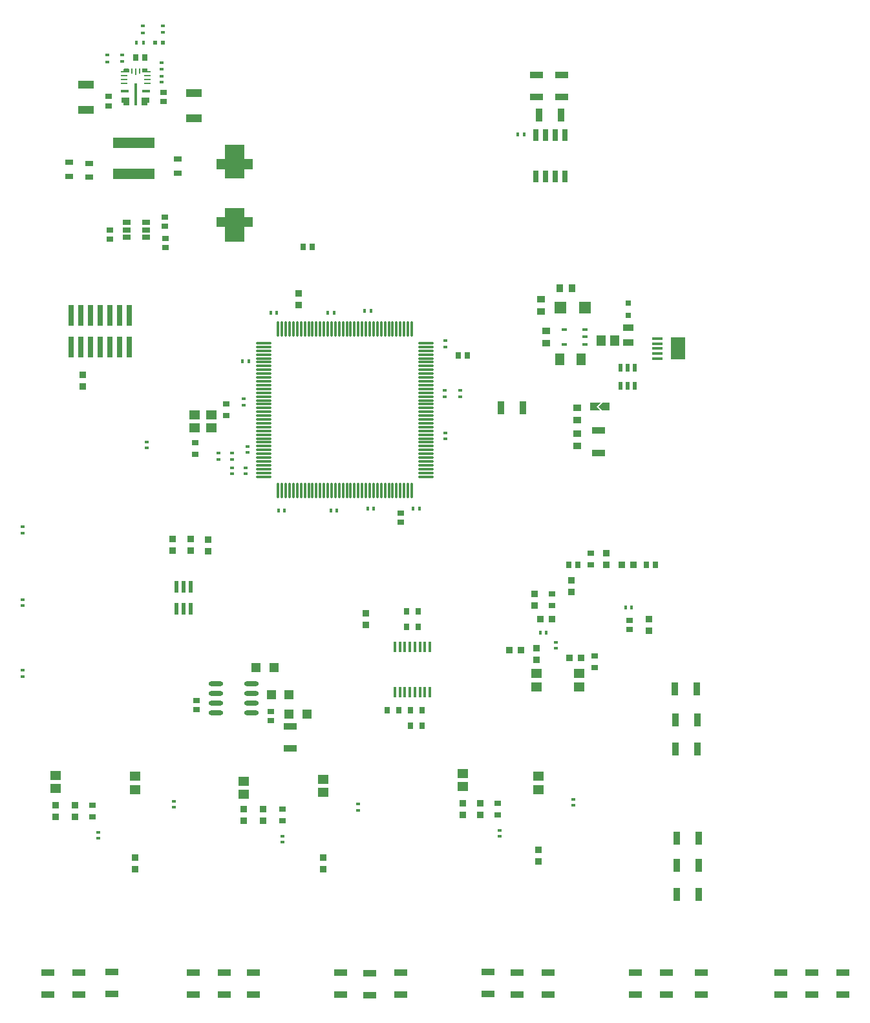
<source format=gtp>
G04*
G04 #@! TF.GenerationSoftware,Altium Limited,Altium Designer,24.4.1 (13)*
G04*
G04 Layer_Color=8421504*
%FSLAX44Y44*%
%MOMM*%
G71*
G04*
G04 #@! TF.SameCoordinates,45E14481-76E1-4DB2-85C8-7C621F4D321E*
G04*
G04*
G04 #@! TF.FilePolarity,Positive*
G04*
G01*
G75*
%ADD25R,1.5000X1.5000*%
%ADD26R,0.5000X1.6000*%
%ADD27R,1.7000X0.9000*%
G04:AMPARAMS|DCode=28|XSize=1.1mm|YSize=0.6mm|CornerRadius=0.051mm|HoleSize=0mm|Usage=FLASHONLY|Rotation=180.000|XOffset=0mm|YOffset=0mm|HoleType=Round|Shape=RoundedRectangle|*
%AMROUNDEDRECTD28*
21,1,1.1000,0.4980,0,0,180.0*
21,1,0.9980,0.6000,0,0,180.0*
1,1,0.1020,-0.4990,0.2490*
1,1,0.1020,0.4990,0.2490*
1,1,0.1020,0.4990,-0.2490*
1,1,0.1020,-0.4990,-0.2490*
%
%ADD28ROUNDEDRECTD28*%
%ADD29O,1.9000X0.6000*%
%ADD30R,0.5000X0.4000*%
%ADD31R,0.9121X0.9096*%
%ADD32R,1.1500X1.1500*%
%ADD33R,1.0000X0.9000*%
%ADD34R,0.7620X0.4064*%
%ADD35R,1.2700X1.5240*%
%ADD36R,0.9000X1.0000*%
%ADD37R,0.8000X0.8000*%
%ADD38R,1.1500X1.4500*%
%ADD39R,1.4500X0.9500*%
%ADD40R,0.6000X1.1000*%
%ADD41R,1.3500X0.4000*%
%ADD42R,1.9000X2.9000*%
%ADD43R,0.8128X1.0160*%
%ADD44O,0.3000X2.1000*%
%ADD45O,2.1000X0.3000*%
%ADD46R,0.4000X0.5000*%
%ADD47R,1.0500X0.8000*%
%ADD48R,2.0500X1.1000*%
%ADD49R,0.9000X0.7500*%
%ADD50R,0.9096X0.9121*%
%ADD51R,1.4500X1.1500*%
%ADD52R,0.9000X1.7000*%
%ADD53R,0.9000X0.8000*%
%ADD54R,0.7500X0.9000*%
%ADD55R,0.4500X1.4750*%
%ADD56R,0.8000X0.9000*%
%ADD57R,0.6500X1.5250*%
%ADD58R,1.4000X1.2000*%
%ADD59R,0.0254X0.0254*%
%ADD60R,0.8250X0.2500*%
%ADD61R,0.2500X0.8250*%
%ADD62C,2.4658*%
%ADD63R,0.4000X0.6000*%
%ADD64R,0.6000X0.4000*%
%ADD65R,0.7400X2.7900*%
%ADD66R,5.5000X1.4300*%
%ADD67R,1.0750X0.4000*%
%ADD68R,0.2500X0.6750*%
%ADD69R,0.3500X2.9750*%
%ADD70R,0.6000X0.6000*%
G36*
X277880Y1477470D02*
Y1475470D01*
X278380Y1474970D01*
X281180D01*
X281680Y1474470D01*
Y1473470D01*
X281180Y1472970D01*
X271180D01*
X270680Y1473470D01*
Y1477470D01*
X271180Y1477970D01*
X277380D01*
X277880Y1477470D01*
D02*
G37*
G36*
X253680D02*
Y1473470D01*
X253180Y1472970D01*
X243180D01*
X242680Y1473470D01*
Y1474470D01*
X243180Y1474970D01*
X245980D01*
X246480Y1475470D01*
Y1477470D01*
X246980Y1477970D01*
X253180D01*
X253680Y1477470D01*
D02*
G37*
G36*
X280580Y1439970D02*
Y1434070D01*
X280080Y1433570D01*
X278080D01*
X277580Y1433070D01*
Y1430570D01*
X277080Y1430070D01*
X270680D01*
X270180Y1430570D01*
Y1439970D01*
X270680Y1440470D01*
X280080D01*
X280580Y1439970D01*
D02*
G37*
G36*
X254180D02*
Y1430570D01*
X253680Y1430070D01*
X247280D01*
X246780Y1430570D01*
Y1433070D01*
X246280Y1433570D01*
X244280D01*
X243780Y1434070D01*
Y1439970D01*
X244280Y1440470D01*
X253680D01*
X254180Y1439970D01*
D02*
G37*
G36*
X404676Y1359458D02*
X415676D01*
Y1346458D01*
X404676D01*
Y1334458D01*
X379676D01*
Y1346458D01*
X368676D01*
Y1359458D01*
X379676D01*
Y1378458D01*
X404676D01*
Y1359458D01*
D02*
G37*
G36*
Y1283458D02*
X415676D01*
Y1270458D01*
X404676D01*
Y1251458D01*
X379676D01*
Y1270458D01*
X368676D01*
Y1283458D01*
X379676D01*
Y1295458D01*
X404676D01*
Y1283458D01*
D02*
G37*
G36*
X876300Y1030060D02*
X873760D01*
X868680Y1035140D01*
X873760Y1040220D01*
X876300D01*
Y1030060D01*
D02*
G37*
G36*
X866140Y1035140D02*
X871220Y1030060D01*
X863600D01*
Y1035140D01*
Y1040220D01*
X871220D01*
X866140Y1035140D01*
D02*
G37*
D25*
X850900Y1164680D02*
D03*
X818900D02*
D03*
D26*
X325120Y770110D02*
D03*
X316120Y799610D02*
D03*
X325120D02*
D03*
X334120D02*
D03*
Y770110D02*
D03*
X316120D02*
D03*
D27*
X464820Y616480D02*
D03*
Y587480D02*
D03*
X916940Y264900D02*
D03*
Y293900D02*
D03*
X957580Y264900D02*
D03*
Y293900D02*
D03*
X530860Y264900D02*
D03*
Y293900D02*
D03*
X868680Y974920D02*
D03*
Y1003920D02*
D03*
X1148080Y293900D02*
D03*
X762000D02*
D03*
X568960Y293160D02*
D03*
X378460Y293900D02*
D03*
X187960D02*
D03*
X1188720D02*
D03*
X1003300D02*
D03*
X802640D02*
D03*
X609600D02*
D03*
X416560D02*
D03*
X231140Y294640D02*
D03*
X1107440Y293900D02*
D03*
X723900Y294640D02*
D03*
X337820Y293900D02*
D03*
X147320D02*
D03*
X820420Y1440920D02*
D03*
Y1469920D02*
D03*
X787400D02*
D03*
Y1440920D02*
D03*
X1107440Y264900D02*
D03*
X1148080D02*
D03*
X1188720D02*
D03*
X1003300D02*
D03*
X723900Y265640D02*
D03*
X762000Y264900D02*
D03*
X802640D02*
D03*
X568960Y264160D02*
D03*
X609600Y264900D02*
D03*
X337820D02*
D03*
X378460D02*
D03*
X416560D02*
D03*
X147320D02*
D03*
X187960D02*
D03*
X231140Y265640D02*
D03*
D28*
X250398Y1257452D02*
D03*
Y1266952D02*
D03*
Y1276452D02*
D03*
X276398D02*
D03*
Y1266952D02*
D03*
Y1257452D02*
D03*
D29*
X367406Y646938D02*
D03*
X414406Y659638D02*
D03*
Y634238D02*
D03*
X367406Y672338D02*
D03*
Y634238D02*
D03*
Y659638D02*
D03*
X414406Y646938D02*
D03*
Y672338D02*
D03*
D30*
X812800Y726820D02*
D03*
Y718820D02*
D03*
X668020Y1113600D02*
D03*
Y1121600D02*
D03*
X406400Y947420D02*
D03*
Y955420D02*
D03*
X388620Y947040D02*
D03*
Y955040D02*
D03*
X312420Y518160D02*
D03*
X213360Y477900D02*
D03*
X739140Y480440D02*
D03*
X835660Y521080D02*
D03*
X454660Y472820D02*
D03*
X553720Y514540D02*
D03*
X835660Y513080D02*
D03*
X454660Y464820D02*
D03*
X739140Y472440D02*
D03*
X553720Y506540D02*
D03*
X312420Y510160D02*
D03*
X213360Y469900D02*
D03*
X114300Y877760D02*
D03*
Y869760D02*
D03*
Y782700D02*
D03*
Y774700D02*
D03*
Y689800D02*
D03*
Y681800D02*
D03*
X276609Y989267D02*
D03*
Y981267D02*
D03*
X408940Y975360D02*
D03*
Y983360D02*
D03*
X403860Y1037400D02*
D03*
Y1045400D02*
D03*
X687100Y1056280D02*
D03*
Y1048280D02*
D03*
X667100Y1056280D02*
D03*
Y1048280D02*
D03*
X388620Y966280D02*
D03*
Y974280D02*
D03*
X370840Y966280D02*
D03*
Y974280D02*
D03*
X668020Y1001140D02*
D03*
Y993140D02*
D03*
X295910Y1485772D02*
D03*
X298196Y1534032D02*
D03*
X295910Y1477772D02*
D03*
X298196Y1526032D02*
D03*
X296418Y1460500D02*
D03*
Y1468500D02*
D03*
D31*
X261620Y429367D02*
D03*
Y444393D02*
D03*
X563880Y764433D02*
D03*
Y749408D02*
D03*
X787400Y718712D02*
D03*
Y703688D02*
D03*
X784860Y789833D02*
D03*
Y774808D02*
D03*
X934720Y756813D02*
D03*
Y741787D02*
D03*
X833040Y807720D02*
D03*
Y792695D02*
D03*
X878760Y828148D02*
D03*
Y843173D02*
D03*
X789940Y439528D02*
D03*
Y454552D02*
D03*
X713740Y515513D02*
D03*
Y500488D02*
D03*
X690880Y515513D02*
D03*
Y500488D02*
D03*
X508000Y429367D02*
D03*
Y444393D02*
D03*
X429260Y507892D02*
D03*
Y492868D02*
D03*
X403860Y507785D02*
D03*
Y492760D02*
D03*
X157480Y497948D02*
D03*
Y512972D02*
D03*
X182880Y497840D02*
D03*
Y512865D02*
D03*
X475780Y1183475D02*
D03*
Y1168450D02*
D03*
X310388Y846944D02*
D03*
Y861969D02*
D03*
X334518Y846836D02*
D03*
Y861861D02*
D03*
X357632Y846181D02*
D03*
Y861207D02*
D03*
X193040Y1076745D02*
D03*
Y1061720D02*
D03*
D32*
X443550Y693420D02*
D03*
X420050D02*
D03*
X486730Y632460D02*
D03*
X463230D02*
D03*
X463362Y658114D02*
D03*
X439862D02*
D03*
D33*
X793136Y1160242D02*
D03*
Y1176242D02*
D03*
X800100Y1118580D02*
D03*
Y1134580D02*
D03*
X840740Y1033360D02*
D03*
Y1017360D02*
D03*
Y999960D02*
D03*
Y983960D02*
D03*
D34*
X850900Y1117080D02*
D03*
Y1136080D02*
D03*
Y1126580D02*
D03*
X823900Y1136080D02*
D03*
Y1117080D02*
D03*
D35*
X817880Y1097280D02*
D03*
X845820D02*
D03*
D36*
X818156Y1190722D02*
D03*
X834156D02*
D03*
D37*
X907436Y1171162D02*
D03*
Y1155162D02*
D03*
D38*
X889656Y1122142D02*
D03*
X872156D02*
D03*
D39*
X907436Y1119602D02*
D03*
Y1139102D02*
D03*
D40*
X897280Y1062420D02*
D03*
X906780D02*
D03*
X916280D02*
D03*
Y1086420D02*
D03*
X906780D02*
D03*
X897280D02*
D03*
D41*
X946070Y1111340D02*
D03*
Y1117840D02*
D03*
Y1098340D02*
D03*
Y1104840D02*
D03*
Y1124340D02*
D03*
D42*
X972820Y1111340D02*
D03*
D43*
X878840Y1035140D02*
D03*
X861695D02*
D03*
D44*
X448948Y1136986D02*
D03*
X453948D02*
D03*
X458948D02*
D03*
X463948D02*
D03*
X468948D02*
D03*
X473948D02*
D03*
X478948D02*
D03*
X483948D02*
D03*
X488948D02*
D03*
X493948D02*
D03*
X498948D02*
D03*
X503948D02*
D03*
X508948D02*
D03*
X513948D02*
D03*
X518948D02*
D03*
X523948D02*
D03*
X528948D02*
D03*
X533948D02*
D03*
X538948D02*
D03*
X543948D02*
D03*
X548948D02*
D03*
X553948D02*
D03*
X558948D02*
D03*
X563948D02*
D03*
X568948D02*
D03*
X573948D02*
D03*
X578948D02*
D03*
X583948D02*
D03*
X588948D02*
D03*
X593948D02*
D03*
X598948D02*
D03*
X603948D02*
D03*
X608948D02*
D03*
X613948D02*
D03*
X618948D02*
D03*
X623948D02*
D03*
Y924986D02*
D03*
X618948D02*
D03*
X613948D02*
D03*
X608948D02*
D03*
X603948D02*
D03*
X598948D02*
D03*
X593948D02*
D03*
X588948D02*
D03*
X583948D02*
D03*
X578948D02*
D03*
X573948D02*
D03*
X568948D02*
D03*
X563948D02*
D03*
X558948D02*
D03*
X553948D02*
D03*
X548948D02*
D03*
X543948D02*
D03*
X538948D02*
D03*
X533948D02*
D03*
X528948D02*
D03*
X523948D02*
D03*
X518948D02*
D03*
X513948D02*
D03*
X508948D02*
D03*
X503948D02*
D03*
X498948D02*
D03*
X493948D02*
D03*
X488948D02*
D03*
X483948D02*
D03*
X478948D02*
D03*
X473948D02*
D03*
X468948D02*
D03*
X463948D02*
D03*
X458948D02*
D03*
X453948D02*
D03*
X448948D02*
D03*
D45*
X642448Y1118486D02*
D03*
Y1113486D02*
D03*
Y1108486D02*
D03*
Y1103486D02*
D03*
Y1098486D02*
D03*
Y1093486D02*
D03*
Y1088486D02*
D03*
Y1083486D02*
D03*
Y1078486D02*
D03*
Y1073486D02*
D03*
Y1068486D02*
D03*
Y1063486D02*
D03*
Y1058486D02*
D03*
Y1053486D02*
D03*
Y1048486D02*
D03*
Y1043486D02*
D03*
Y1038486D02*
D03*
Y1033486D02*
D03*
Y1028486D02*
D03*
Y1023486D02*
D03*
Y1018486D02*
D03*
Y1013486D02*
D03*
Y1008486D02*
D03*
Y1003486D02*
D03*
Y998486D02*
D03*
Y993486D02*
D03*
Y988486D02*
D03*
Y983486D02*
D03*
Y978486D02*
D03*
Y973486D02*
D03*
Y968486D02*
D03*
Y963486D02*
D03*
Y958486D02*
D03*
Y953486D02*
D03*
Y948486D02*
D03*
Y943486D02*
D03*
X430448D02*
D03*
Y948486D02*
D03*
Y953486D02*
D03*
Y958486D02*
D03*
Y963486D02*
D03*
Y968486D02*
D03*
Y973486D02*
D03*
Y978486D02*
D03*
Y983486D02*
D03*
Y988486D02*
D03*
Y993486D02*
D03*
Y998486D02*
D03*
Y1003486D02*
D03*
Y1008486D02*
D03*
Y1013486D02*
D03*
Y1018486D02*
D03*
Y1023486D02*
D03*
Y1028486D02*
D03*
Y1033486D02*
D03*
Y1038486D02*
D03*
Y1043486D02*
D03*
Y1048486D02*
D03*
Y1053486D02*
D03*
Y1058486D02*
D03*
Y1063486D02*
D03*
Y1068486D02*
D03*
Y1073486D02*
D03*
Y1078486D02*
D03*
Y1083486D02*
D03*
Y1088486D02*
D03*
Y1093486D02*
D03*
Y1098486D02*
D03*
Y1103486D02*
D03*
Y1108486D02*
D03*
Y1113486D02*
D03*
Y1118486D02*
D03*
D46*
X570420Y1160780D02*
D03*
X562420D02*
D03*
X522160Y1158240D02*
D03*
X514160D02*
D03*
X771080Y1391920D02*
D03*
X763080D02*
D03*
X792480Y739140D02*
D03*
X800480D02*
D03*
X912240Y772160D02*
D03*
X904240D02*
D03*
X574040Y901700D02*
D03*
X566040D02*
D03*
X410400Y1094740D02*
D03*
X402400D02*
D03*
X447040Y1158240D02*
D03*
X439040D02*
D03*
X457200Y899160D02*
D03*
X449200D02*
D03*
X526160D02*
D03*
X518160D02*
D03*
X625920Y901700D02*
D03*
X633920D02*
D03*
D47*
X175260Y1336950D02*
D03*
Y1355450D02*
D03*
X201676Y1335680D02*
D03*
Y1354180D02*
D03*
X317500Y1359620D02*
D03*
Y1341120D02*
D03*
D48*
X338328Y1445758D02*
D03*
Y1412758D02*
D03*
X197104Y1424432D02*
D03*
Y1457432D02*
D03*
D49*
X439420Y623824D02*
D03*
Y635824D02*
D03*
X341884Y638556D02*
D03*
Y650556D02*
D03*
X909320Y755300D02*
D03*
Y743300D02*
D03*
X301498Y1243584D02*
D03*
X609600Y895920D02*
D03*
Y883920D02*
D03*
X228346Y1266506D02*
D03*
Y1254506D02*
D03*
X301498Y1255584D02*
D03*
X300228Y1283620D02*
D03*
Y1271620D02*
D03*
X298450Y1435292D02*
D03*
X227076Y1429512D02*
D03*
Y1441512D02*
D03*
X298450Y1447292D02*
D03*
D50*
X914212Y828040D02*
D03*
X899187D02*
D03*
X767080Y716280D02*
D03*
X752055D02*
D03*
X830687Y706120D02*
D03*
X845713D02*
D03*
X807720Y756920D02*
D03*
X792695D02*
D03*
D51*
X843280Y668020D02*
D03*
Y685520D02*
D03*
X787400Y668300D02*
D03*
Y685800D02*
D03*
X690880Y554850D02*
D03*
X403860Y544690D02*
D03*
X157480Y552310D02*
D03*
X789940Y551180D02*
D03*
Y533680D02*
D03*
X690880Y537350D02*
D03*
X403860Y527190D02*
D03*
X508000Y547230D02*
D03*
Y529730D02*
D03*
X261620Y533680D02*
D03*
Y551180D02*
D03*
X157480Y534810D02*
D03*
D52*
X998220Y625142D02*
D03*
X969220D02*
D03*
X1000020Y469900D02*
D03*
X971020D02*
D03*
X1000020Y434340D02*
D03*
X971020D02*
D03*
X1000020Y396240D02*
D03*
X971020D02*
D03*
X998220Y586740D02*
D03*
X969220D02*
D03*
X997480Y665480D02*
D03*
X968480D02*
D03*
X740620Y1033780D02*
D03*
X769620D02*
D03*
X819680Y1417320D02*
D03*
X790680D02*
D03*
D53*
X863600Y693540D02*
D03*
Y708540D02*
D03*
X807720Y789940D02*
D03*
Y774940D02*
D03*
X858440Y828160D02*
D03*
Y843160D02*
D03*
X454660Y492760D02*
D03*
Y507760D02*
D03*
X736600Y515380D02*
D03*
Y500380D02*
D03*
X205740Y512960D02*
D03*
Y497960D02*
D03*
X381000Y1023620D02*
D03*
Y1038620D02*
D03*
X340360Y987940D02*
D03*
Y972940D02*
D03*
D54*
X829580Y828040D02*
D03*
X841580D02*
D03*
X943180D02*
D03*
X931180D02*
D03*
X684880Y1102360D02*
D03*
X696880D02*
D03*
X262089Y1492465D02*
D03*
X493680Y1244600D02*
D03*
X481680D02*
D03*
X274089Y1492465D02*
D03*
D55*
X615090Y661500D02*
D03*
X634590D02*
D03*
X628090D02*
D03*
X621590D02*
D03*
X647590D02*
D03*
X608590D02*
D03*
X602090Y720260D02*
D03*
X608590D02*
D03*
X615090D02*
D03*
X621590D02*
D03*
X628090D02*
D03*
X634590D02*
D03*
X641090D02*
D03*
X647590D02*
D03*
X641090Y661500D02*
D03*
X602090D02*
D03*
D56*
X607060Y637540D02*
D03*
X592060D02*
D03*
X637420D02*
D03*
Y617220D02*
D03*
X622420Y637540D02*
D03*
Y617220D02*
D03*
X632460Y767080D02*
D03*
X617460D02*
D03*
X632340Y746760D02*
D03*
X617340D02*
D03*
D57*
X786130Y1336860D02*
D03*
X798830D02*
D03*
X811530D02*
D03*
X824230D02*
D03*
Y1391100D02*
D03*
X811530D02*
D03*
X798830D02*
D03*
X786130D02*
D03*
D58*
X339520Y1007500D02*
D03*
X361520D02*
D03*
Y1024500D02*
D03*
X339520D02*
D03*
D59*
X248430Y1434970D02*
D03*
X275930D02*
D03*
X276180Y1475720D02*
D03*
X248180D02*
D03*
D60*
X246800Y1464220D02*
D03*
Y1469220D02*
D03*
X277560D02*
D03*
Y1459220D02*
D03*
Y1464220D02*
D03*
X246800Y1459220D02*
D03*
D61*
X262180Y1474350D02*
D03*
D62*
X392051Y1352333D02*
D03*
Y1277583D02*
D03*
D63*
X263542Y1512316D02*
D03*
X272542D02*
D03*
D64*
X244856Y1496314D02*
D03*
X271780Y1533834D02*
D03*
X224790Y1495734D02*
D03*
Y1486734D02*
D03*
X244856Y1487314D02*
D03*
X271780Y1524834D02*
D03*
D65*
X203344Y1113729D02*
D03*
X216044D02*
D03*
X241444D02*
D03*
X177944D02*
D03*
Y1154429D02*
D03*
X190644Y1113729D02*
D03*
Y1154429D02*
D03*
X203344D02*
D03*
X216044D02*
D03*
X228744Y1113729D02*
D03*
Y1154429D02*
D03*
X241444D02*
D03*
X254144Y1113729D02*
D03*
Y1154429D02*
D03*
D66*
X259588Y1340104D02*
D03*
Y1380504D02*
D03*
D67*
X276310Y1448470D02*
D03*
X248050D02*
D03*
D68*
X267180Y1475100D02*
D03*
X257180D02*
D03*
D69*
X262180Y1444340D02*
D03*
D70*
X298028Y1512316D02*
D03*
X287528D02*
D03*
M02*

</source>
